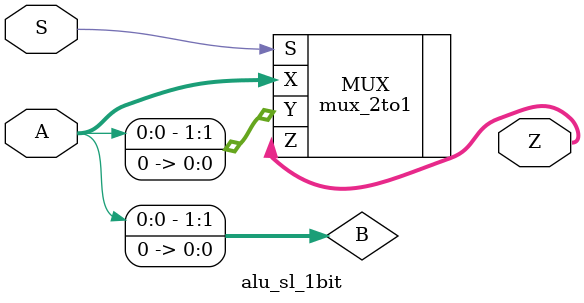
<source format=v>
`timescale 1ns / 1ps
`default_nettype none
module alu_sl_1bit(A, S, Z);

    parameter N = 2;

	//port definitions

	input wire [(N-1):0] A;
	input wire S;
    output wire [(N-1):0] Z;
    wire [(N-1):0] B;

    assign B[0] = 1'b0;
    assign B[(N-1):1] = A[N-2:0];
    
	mux_2to1 #(.N(N)) MUX (.X(A), .Y(B), .S(S), .Z(Z));
endmodule
`default_nettype wire

</source>
